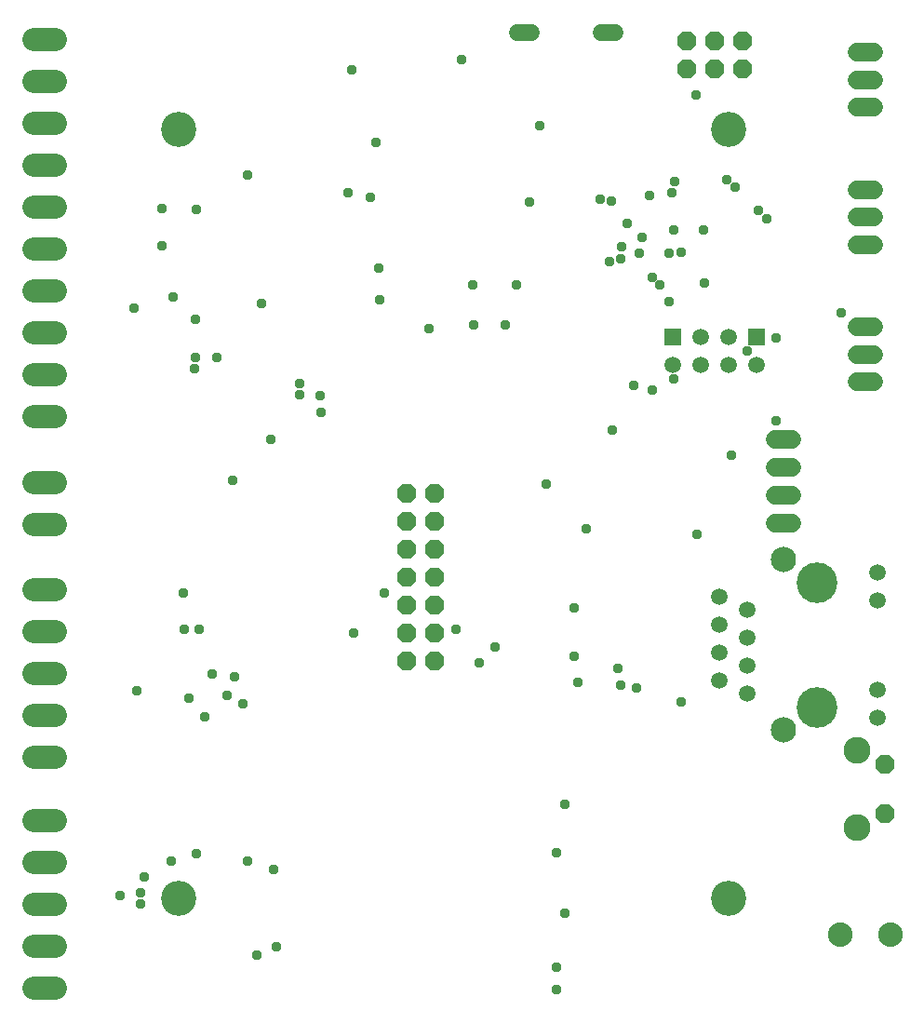
<source format=gbr>
G04 EAGLE Gerber RS-274X export*
G75*
%MOMM*%
%FSLAX34Y34*%
%LPD*%
%INSoldermask Bottom*%
%IPPOS*%
%AMOC8*
5,1,8,0,0,1.08239X$1,22.5*%
G01*
%ADD10C,3.203200*%
%ADD11C,2.235200*%
%ADD12R,1.511200X1.511200*%
%ADD13C,1.511200*%
%ADD14C,2.303200*%
%ADD15C,3.703200*%
%ADD16C,1.727200*%
%ADD17P,1.869504X8X112.500000*%
%ADD18C,2.451100*%
%ADD19P,1.852186X8X22.500000*%
%ADD20C,1.524000*%
%ADD21C,2.108200*%
%ADD22P,1.852186X8X112.500000*%
%ADD23C,0.959600*%


D10*
X172500Y832500D03*
X672500Y832500D03*
X172500Y132500D03*
X672500Y132500D03*
D11*
X820000Y100000D03*
X774280Y100000D03*
D12*
X621750Y643625D03*
X697950Y643625D03*
D13*
X647150Y643625D03*
X672550Y643625D03*
X672550Y618225D03*
X647150Y618225D03*
X621750Y618225D03*
X697950Y618225D03*
D14*
X722700Y285750D03*
X722700Y440650D03*
D13*
X808400Y429450D03*
X808400Y404050D03*
X808400Y322350D03*
X808400Y296950D03*
X664300Y407600D03*
X664300Y382200D03*
X664300Y356800D03*
X664300Y331400D03*
X689700Y395000D03*
X689700Y369600D03*
X689700Y344200D03*
X689700Y318800D03*
D15*
X753000Y306200D03*
X753000Y420200D03*
D16*
X730120Y550600D02*
X714880Y550600D01*
X714880Y525200D02*
X730120Y525200D01*
X730120Y499800D02*
X714880Y499800D01*
X714880Y474400D02*
X730120Y474400D01*
D17*
X814946Y209894D03*
X814946Y255106D03*
D18*
X790054Y197448D03*
X790054Y267552D03*
D16*
X789880Y652500D02*
X805120Y652500D01*
X805120Y627500D02*
X789880Y627500D01*
X789880Y602500D02*
X805120Y602500D01*
X805120Y777500D02*
X789880Y777500D01*
X789880Y752500D02*
X805120Y752500D01*
X805120Y727500D02*
X789880Y727500D01*
X789880Y902500D02*
X805120Y902500D01*
X805120Y877500D02*
X789880Y877500D01*
X789880Y852500D02*
X805120Y852500D01*
D19*
X634600Y887300D03*
X634600Y912700D03*
X660000Y887300D03*
X660000Y912700D03*
X685400Y887300D03*
X685400Y912700D03*
D20*
X569704Y920000D02*
X556496Y920000D01*
X493504Y920000D02*
X480296Y920000D01*
D21*
X59525Y511550D02*
X40475Y511550D01*
X40475Y473450D02*
X59525Y473450D01*
X59525Y413700D02*
X40475Y413700D01*
X40475Y375600D02*
X59525Y375600D01*
X59525Y337500D02*
X40475Y337500D01*
X40475Y299400D02*
X59525Y299400D01*
X59525Y261300D02*
X40475Y261300D01*
X40475Y203700D02*
X59525Y203700D01*
X59525Y165600D02*
X40475Y165600D01*
X40475Y127500D02*
X59525Y127500D01*
X59525Y89400D02*
X40475Y89400D01*
X40475Y51300D02*
X59525Y51300D01*
X59525Y913950D02*
X40475Y913950D01*
X40475Y875850D02*
X59525Y875850D01*
X59525Y837750D02*
X40475Y837750D01*
X40475Y799650D02*
X59525Y799650D01*
X59525Y761550D02*
X40475Y761550D01*
X40475Y723450D02*
X59525Y723450D01*
X59525Y685350D02*
X40475Y685350D01*
X40475Y647250D02*
X59525Y647250D01*
X59525Y609150D02*
X40475Y609150D01*
X40475Y571050D02*
X59525Y571050D01*
D22*
X405200Y348800D03*
X379800Y348800D03*
X405200Y374200D03*
X379800Y374200D03*
X405200Y399600D03*
X379800Y399600D03*
X405200Y425000D03*
X379800Y425000D03*
X405200Y450400D03*
X379800Y450400D03*
X405200Y475800D03*
X379800Y475800D03*
X405200Y501200D03*
X379800Y501200D03*
D23*
X516373Y50005D03*
X516373Y70415D03*
X516373Y174506D03*
X302068Y574542D03*
X301048Y589849D03*
X580665Y747006D03*
X601075Y772519D03*
X542906Y469430D03*
X331663Y374524D03*
X556173Y768437D03*
X678633Y779662D03*
X586788Y599034D03*
X622505Y605157D03*
X689858Y630669D03*
X593931Y733740D03*
X574542Y714350D03*
X603575Y595411D03*
X567144Y558980D03*
X775580Y665366D03*
X177567Y377585D03*
X707207Y751088D03*
X642915Y863343D03*
X671489Y786806D03*
X507296Y509337D03*
X445959Y346970D03*
X460246Y361257D03*
X618423Y719453D03*
X618423Y675571D03*
X700063Y758232D03*
X716391Y642915D03*
X716391Y567398D03*
X532701Y353093D03*
X532701Y396975D03*
X643936Y464328D03*
X588829Y324519D03*
X574542Y326560D03*
X572501Y341868D03*
X629649Y311253D03*
X535763Y329622D03*
X629649Y720473D03*
X566378Y767416D03*
X564337Y712309D03*
X610259Y690879D03*
X176547Y410241D03*
X359216Y410241D03*
X591890Y719453D03*
X603116Y698022D03*
X424528Y377585D03*
X651079Y692920D03*
X675215Y535812D03*
X621485Y774560D03*
X622505Y740883D03*
X575562Y725576D03*
X523517Y119399D03*
X523517Y218387D03*
X623526Y784765D03*
X650059Y740883D03*
X137768Y137768D03*
X188793Y173485D03*
X134706Y321458D03*
X190834Y377585D03*
X195936Y297986D03*
X203080Y336765D03*
X181649Y315335D03*
X140829Y152055D03*
X259207Y159198D03*
X165321Y166342D03*
X234715Y166342D03*
X216346Y317376D03*
X119399Y135727D03*
X243900Y81640D03*
X223490Y334724D03*
X137768Y127563D03*
X261248Y88784D03*
X230633Y310232D03*
X491881Y766396D03*
X501066Y835790D03*
X187772Y624546D03*
X207162Y624546D03*
X429631Y895999D03*
X234715Y790888D03*
X329622Y886815D03*
X186752Y614341D03*
X131645Y669448D03*
X157157Y726596D03*
X167362Y679653D03*
X157157Y760273D03*
X187772Y659243D03*
X188793Y759252D03*
X479635Y690879D03*
X439836Y690879D03*
X469430Y654141D03*
X440856Y654141D03*
X400036Y651079D03*
X247982Y673530D03*
X352073Y820482D03*
X282679Y601075D03*
X326560Y774560D03*
X282679Y590870D03*
X346970Y770478D03*
X221449Y513312D03*
X354114Y706186D03*
X256092Y550455D03*
X355134Y677612D03*
M02*

</source>
